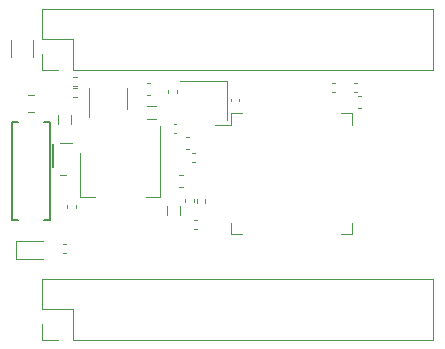
<source format=gbr>
%TF.GenerationSoftware,KiCad,Pcbnew,(5.1.8-0-10_14)*%
%TF.CreationDate,2020-11-28T23:42:33+01:00*%
%TF.ProjectId,FT2232Breakout,46543232-3332-4427-9265-616b6f75742e,rev?*%
%TF.SameCoordinates,Original*%
%TF.FileFunction,Legend,Top*%
%TF.FilePolarity,Positive*%
%FSLAX46Y46*%
G04 Gerber Fmt 4.6, Leading zero omitted, Abs format (unit mm)*
G04 Created by KiCad (PCBNEW (5.1.8-0-10_14)) date 2020-11-28 23:42:33*
%MOMM*%
%LPD*%
G01*
G04 APERTURE LIST*
%ADD10C,0.120000*%
%ADD11C,0.150000*%
G04 APERTURE END LIST*
D10*
%TO.C,R106*%
X109953641Y-95580000D02*
X109646359Y-95580000D01*
X109953641Y-94820000D02*
X109646359Y-94820000D01*
%TO.C,D101*%
X108000000Y-94565000D02*
X105715000Y-94565000D01*
X105715000Y-94565000D02*
X105715000Y-96035000D01*
X105715000Y-96035000D02*
X108000000Y-96035000D01*
%TO.C,C103*%
X120340580Y-85720000D02*
X120059420Y-85720000D01*
X120340580Y-86740000D02*
X120059420Y-86740000D01*
%TO.C,R105*%
X120736359Y-93530000D02*
X121043641Y-93530000D01*
X120736359Y-92770000D02*
X121043641Y-92770000D01*
%TO.C,Y101*%
X123580000Y-81010000D02*
X119580000Y-81010000D01*
X123580000Y-84310000D02*
X123580000Y-81010000D01*
%TO.C,U402*%
X109400000Y-88950000D02*
X109900000Y-88950000D01*
X109400000Y-86250000D02*
X110400000Y-86250000D01*
%TO.C,U103*%
X123910000Y-84700000D02*
X122570000Y-84700000D01*
X123910000Y-83750000D02*
X123910000Y-84700000D01*
X124860000Y-83750000D02*
X123910000Y-83750000D01*
X134130000Y-83750000D02*
X134130000Y-84700000D01*
X133180000Y-83750000D02*
X134130000Y-83750000D01*
X123910000Y-93970000D02*
X123910000Y-93020000D01*
X124860000Y-93970000D02*
X123910000Y-93970000D01*
X134130000Y-93970000D02*
X134130000Y-93020000D01*
X133180000Y-93970000D02*
X134130000Y-93970000D01*
%TO.C,U102*%
X111860000Y-81600000D02*
X111860000Y-84050000D01*
X115080000Y-83400000D02*
X115080000Y-81600000D01*
%TO.C,U101*%
X117920000Y-84830000D02*
X117920000Y-90840000D01*
X111100000Y-87080000D02*
X111100000Y-90840000D01*
X117920000Y-90840000D02*
X116660000Y-90840000D01*
X111100000Y-90840000D02*
X112360000Y-90840000D01*
%TO.C,R104*%
X121730000Y-91313641D02*
X121730000Y-91006359D01*
X120970000Y-91313641D02*
X120970000Y-91006359D01*
%TO.C,R103*%
X110813641Y-81630000D02*
X110506359Y-81630000D01*
X110813641Y-82390000D02*
X110506359Y-82390000D01*
%TO.C,R102*%
X120863641Y-87090000D02*
X120556359Y-87090000D01*
X120863641Y-87850000D02*
X120556359Y-87850000D01*
%TO.C,R101*%
X110506359Y-81410000D02*
X110813641Y-81410000D01*
X110506359Y-80650000D02*
X110813641Y-80650000D01*
%TO.C,J103*%
X107890000Y-102930000D02*
X107890000Y-101600000D01*
X109220000Y-102930000D02*
X107890000Y-102930000D01*
X107890000Y-100330000D02*
X107890000Y-97730000D01*
X110490000Y-100330000D02*
X107890000Y-100330000D01*
X110490000Y-102930000D02*
X110490000Y-100330000D01*
X107890000Y-97730000D02*
X141030000Y-97730000D01*
X110490000Y-102930000D02*
X141030000Y-102930000D01*
X141030000Y-102930000D02*
X141030000Y-97730000D01*
%TO.C,J102*%
X107890000Y-80070000D02*
X107890000Y-78740000D01*
X109220000Y-80070000D02*
X107890000Y-80070000D01*
X107890000Y-77470000D02*
X107890000Y-74870000D01*
X110490000Y-77470000D02*
X107890000Y-77470000D01*
X110490000Y-80070000D02*
X110490000Y-77470000D01*
X107890000Y-74870000D02*
X141030000Y-74870000D01*
X110490000Y-80070000D02*
X141030000Y-80070000D01*
X141030000Y-80070000D02*
X141030000Y-74870000D01*
D11*
%TO.C,J101*%
X108840000Y-86300000D02*
X108840000Y-88300000D01*
X105340000Y-92750000D02*
X105815000Y-92750000D01*
X105340000Y-84450000D02*
X105340000Y-92750000D01*
X105815000Y-84450000D02*
X105340000Y-84450000D01*
X108540000Y-92750000D02*
X108065000Y-92750000D01*
X108540000Y-84450000D02*
X108540000Y-92750000D01*
X108065000Y-84450000D02*
X108540000Y-84450000D01*
D10*
%TO.C,FB401*%
X109240000Y-83880378D02*
X109240000Y-84679622D01*
X110360000Y-83880378D02*
X110360000Y-84679622D01*
%TO.C,FB102*%
X117579622Y-83100000D02*
X116780378Y-83100000D01*
X117579622Y-84220000D02*
X116780378Y-84220000D01*
%TO.C,FB101*%
X118450000Y-91590378D02*
X118450000Y-92389622D01*
X119570000Y-91590378D02*
X119570000Y-92389622D01*
%TO.C,C503*%
X107211252Y-82155000D02*
X106688748Y-82155000D01*
X107211252Y-83625000D02*
X106688748Y-83625000D01*
%TO.C,C305*%
X110750000Y-91727836D02*
X110750000Y-91512164D01*
X110030000Y-91727836D02*
X110030000Y-91512164D01*
%TO.C,C301*%
X107110000Y-78931252D02*
X107110000Y-77508748D01*
X105290000Y-78931252D02*
X105290000Y-77508748D01*
%TO.C,C110*%
X120000000Y-91032164D02*
X120000000Y-91247836D01*
X120720000Y-91032164D02*
X120720000Y-91247836D01*
%TO.C,C109*%
X119790580Y-88950000D02*
X119509420Y-88950000D01*
X119790580Y-89970000D02*
X119509420Y-89970000D01*
%TO.C,C108*%
X132462164Y-81930000D02*
X132677836Y-81930000D01*
X132462164Y-81210000D02*
X132677836Y-81210000D01*
%TO.C,C107*%
X118590000Y-81772164D02*
X118590000Y-81987836D01*
X119310000Y-81772164D02*
X119310000Y-81987836D01*
%TO.C,C106*%
X119247836Y-84660000D02*
X119032164Y-84660000D01*
X119247836Y-85380000D02*
X119032164Y-85380000D01*
%TO.C,C105*%
X134332164Y-81930000D02*
X134547836Y-81930000D01*
X134332164Y-81210000D02*
X134547836Y-81210000D01*
%TO.C,C104*%
X124570000Y-82737836D02*
X124570000Y-82522164D01*
X123850000Y-82737836D02*
X123850000Y-82522164D01*
%TO.C,C102*%
X134609420Y-83330000D02*
X134890580Y-83330000D01*
X134609420Y-82310000D02*
X134890580Y-82310000D01*
%TO.C,C101*%
X116739420Y-82180000D02*
X117020580Y-82180000D01*
X116739420Y-81160000D02*
X117020580Y-81160000D01*
%TD*%
M02*

</source>
